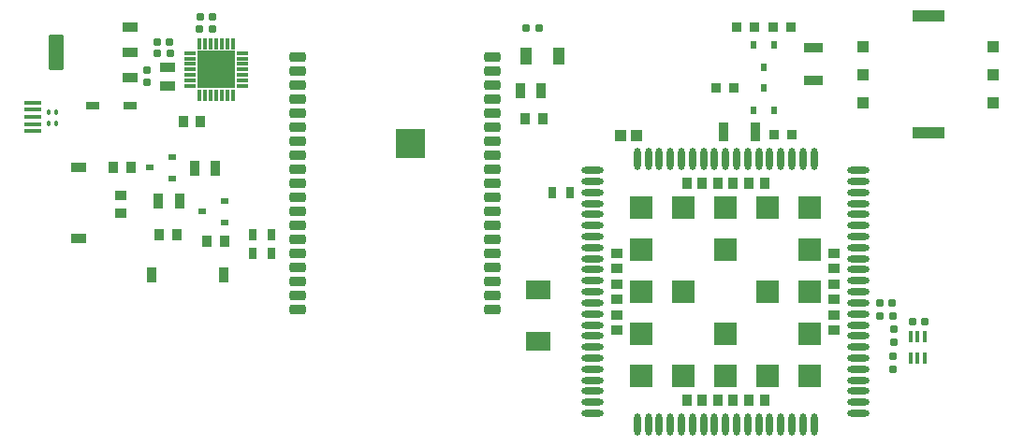
<source format=gbr>
%TF.GenerationSoftware,KiCad,Pcbnew,8.0.3*%
%TF.CreationDate,2025-01-08T01:15:00+05:30*%
%TF.ProjectId,gps,6770732e-6b69-4636-9164-5f7063625858,rev?*%
%TF.SameCoordinates,Original*%
%TF.FileFunction,Paste,Bot*%
%TF.FilePolarity,Positive*%
%FSLAX46Y46*%
G04 Gerber Fmt 4.6, Leading zero omitted, Abs format (unit mm)*
G04 Created by KiCad (PCBNEW 8.0.3) date 2025-01-08 01:15:00*
%MOMM*%
%LPD*%
G01*
G04 APERTURE LIST*
G04 Aperture macros list*
%AMRoundRect*
0 Rectangle with rounded corners*
0 $1 Rounding radius*
0 $2 $3 $4 $5 $6 $7 $8 $9 X,Y pos of 4 corners*
0 Add a 4 corners polygon primitive as box body*
4,1,4,$2,$3,$4,$5,$6,$7,$8,$9,$2,$3,0*
0 Add four circle primitives for the rounded corners*
1,1,$1+$1,$2,$3*
1,1,$1+$1,$4,$5*
1,1,$1+$1,$6,$7*
1,1,$1+$1,$8,$9*
0 Add four rect primitives between the rounded corners*
20,1,$1+$1,$2,$3,$4,$5,0*
20,1,$1+$1,$4,$5,$6,$7,0*
20,1,$1+$1,$6,$7,$8,$9,0*
20,1,$1+$1,$8,$9,$2,$3,0*%
G04 Aperture macros list end*
%ADD10C,0.010000*%
%ADD11RoundRect,0.075000X-0.075000X-0.175000X0.075000X-0.175000X0.075000X0.175000X-0.075000X0.175000X0*%
%ADD12R,0.900000X1.000000*%
%ADD13R,0.920000X1.380000*%
%ADD14R,0.970000X1.730000*%
%ADD15R,0.800000X1.000000*%
%ADD16RoundRect,0.155000X0.212500X0.155000X-0.212500X0.155000X-0.212500X-0.155000X0.212500X-0.155000X0*%
%ADD17R,0.900000X0.950000*%
%ADD18R,1.210000X0.730000*%
%ADD19R,1.500000X0.400000*%
%ADD20RoundRect,0.160000X-0.197500X-0.160000X0.197500X-0.160000X0.197500X0.160000X-0.197500X0.160000X0*%
%ADD21R,3.000000X1.000000*%
%ADD22R,1.100000X1.000000*%
%ADD23RoundRect,0.160000X-0.160000X0.197500X-0.160000X-0.197500X0.160000X-0.197500X0.160000X0.197500X0*%
%ADD24R,1.730000X0.970000*%
%ADD25R,1.470000X0.970000*%
%ADD26RoundRect,0.160000X0.160000X-0.197500X0.160000X0.197500X-0.160000X0.197500X-0.160000X-0.197500X0*%
%ADD27R,0.900000X1.400000*%
%ADD28RoundRect,0.097500X0.097500X-0.432500X0.097500X0.432500X-0.097500X0.432500X-0.097500X-0.432500X0*%
%ADD29R,1.000000X0.950000*%
%ADD30R,1.000000X0.300000*%
%ADD31R,0.300000X1.000000*%
%ADD32R,3.350000X3.350000*%
%ADD33R,0.950000X1.000000*%
%ADD34RoundRect,0.232500X0.492500X0.232500X-0.492500X0.232500X-0.492500X-0.232500X0.492500X-0.232500X0*%
%ADD35R,1.040000X1.020000*%
%ADD36RoundRect,0.155000X-0.212500X-0.155000X0.212500X-0.155000X0.212500X0.155000X-0.212500X0.155000X0*%
%ADD37R,2.311400X1.651000*%
%ADD38R,1.400000X0.900000*%
%ADD39R,0.600000X0.800000*%
%ADD40R,0.800000X0.600000*%
%ADD41RoundRect,0.155000X0.155000X-0.212500X0.155000X0.212500X-0.155000X0.212500X-0.155000X-0.212500X0*%
%ADD42O,0.600000X2.000000*%
%ADD43O,2.000000X0.600000*%
%ADD44R,2.100000X2.100000*%
%ADD45R,0.900000X1.100000*%
%ADD46R,1.100000X0.900000*%
%ADD47R,1.050000X1.600000*%
%ADD48RoundRect,0.069750X0.585250X0.395250X-0.585250X0.395250X-0.585250X-0.395250X0.585250X-0.395250X0*%
%ADD49RoundRect,0.098250X0.556750X1.521750X-0.556750X1.521750X-0.556750X-1.521750X0.556750X-1.521750X0*%
G04 APERTURE END LIST*
D10*
%TO.C,A1*%
X157617670Y-72784644D02*
X155084200Y-72784644D01*
X155084200Y-70253600D01*
X157617670Y-70253600D01*
X157617670Y-72784644D01*
G36*
X157617670Y-72784644D02*
G01*
X155084200Y-72784644D01*
X155084200Y-70253600D01*
X157617670Y-70253600D01*
X157617670Y-72784644D01*
G37*
%TD*%
D11*
%TO.C,U3*%
X123669300Y-68783200D03*
X124369300Y-68783200D03*
%TD*%
D12*
%TO.C,R9*%
X137960200Y-80416400D03*
X139560200Y-80416400D03*
%TD*%
D13*
%TO.C,R34*%
X168237000Y-66827400D03*
X166327000Y-66827400D03*
%TD*%
%TO.C,R4*%
X138750000Y-73863200D03*
X136840000Y-73863200D03*
%TD*%
D14*
%TO.C,R19*%
X187636600Y-70510400D03*
X184676600Y-70510400D03*
%TD*%
D15*
%TO.C,R5*%
X142152000Y-81508600D03*
X143852000Y-81508600D03*
%TD*%
D16*
%TO.C,C5*%
X134628700Y-62357000D03*
X133493700Y-62357000D03*
%TD*%
D17*
%TO.C,R31*%
X187528200Y-61010800D03*
X185928200Y-61010800D03*
%TD*%
D18*
%TO.C,D6*%
X127682200Y-68173600D03*
X131042200Y-68173600D03*
%TD*%
D19*
%TO.C,J1*%
X122225800Y-70468800D03*
X122225800Y-69818800D03*
X122225800Y-69168800D03*
X122225800Y-68518800D03*
X122225800Y-67868800D03*
%TD*%
D20*
%TO.C,R28*%
X198856600Y-87172800D03*
X200051600Y-87172800D03*
%TD*%
D21*
%TO.C,J4*%
X203225400Y-60037400D03*
X203225400Y-70637400D03*
D22*
X197325400Y-62797400D03*
X197325400Y-65337400D03*
X197325400Y-67877400D03*
X209125400Y-62797400D03*
X209125400Y-65337400D03*
X209125400Y-67877400D03*
%TD*%
D17*
%TO.C,R33*%
X185648600Y-66548000D03*
X184048600Y-66548000D03*
%TD*%
D23*
%TO.C,R27*%
X200101200Y-88404100D03*
X200101200Y-89599100D03*
%TD*%
D24*
%TO.C,R29*%
X192887600Y-62883600D03*
X192887600Y-65843600D03*
%TD*%
D12*
%TO.C,R10*%
X131152800Y-73736200D03*
X129552800Y-73736200D03*
%TD*%
D25*
%TO.C,C21*%
X134467600Y-66362000D03*
X134467600Y-64702000D03*
%TD*%
D26*
%TO.C,R17*%
X200075800Y-92037500D03*
X200075800Y-90842500D03*
%TD*%
D27*
%TO.C,S1*%
X132971400Y-83515200D03*
X139471400Y-83515200D03*
%TD*%
D28*
%TO.C,U11*%
X202910200Y-90978000D03*
X202260200Y-90978000D03*
X201610200Y-90978000D03*
X201610200Y-89108000D03*
X202260200Y-89108000D03*
X202910200Y-89108000D03*
%TD*%
D29*
%TO.C,C12*%
X130225800Y-77901600D03*
X130225800Y-76301600D03*
%TD*%
D30*
%TO.C,IC1*%
X136485000Y-66383800D03*
X136485000Y-65883800D03*
X136485000Y-65383800D03*
X136485000Y-64883800D03*
X136485000Y-64383800D03*
X136485000Y-63883800D03*
X136485000Y-63383800D03*
D31*
X137335000Y-62533800D03*
X137835000Y-62533800D03*
X138335000Y-62533800D03*
X138835000Y-62533800D03*
X139335000Y-62533800D03*
X139835000Y-62533800D03*
X140335000Y-62533800D03*
D30*
X141185000Y-63383800D03*
X141185000Y-63883800D03*
X141185000Y-64383800D03*
X141185000Y-64883800D03*
X141185000Y-65383800D03*
X141185000Y-65883800D03*
X141185000Y-66383800D03*
D31*
X140335000Y-67233800D03*
X139835000Y-67233800D03*
X139335000Y-67233800D03*
X138835000Y-67233800D03*
X138335000Y-67233800D03*
X137835000Y-67233800D03*
X137335000Y-67233800D03*
D32*
X138835000Y-64883800D03*
%TD*%
D33*
%TO.C,C10*%
X168402000Y-69367400D03*
X166802000Y-69367400D03*
%TD*%
%TO.C,C11*%
X133705800Y-79857600D03*
X135305800Y-79857600D03*
%TD*%
D11*
%TO.C,U4*%
X123679200Y-69799200D03*
X124379200Y-69799200D03*
%TD*%
D34*
%TO.C,A1*%
X163779200Y-63728600D03*
X163779200Y-64998600D03*
X163779200Y-66268600D03*
X163779200Y-67538600D03*
X163779200Y-68808600D03*
X163779200Y-70078600D03*
X163779200Y-71348600D03*
X163779200Y-72618600D03*
X163779200Y-73888600D03*
X163779200Y-75158600D03*
X163779200Y-76428600D03*
X163779200Y-77698600D03*
X163779200Y-78968600D03*
X163779200Y-80238600D03*
X163779200Y-81508600D03*
X163779200Y-82778600D03*
X163779200Y-84048600D03*
X163779200Y-85318600D03*
X163779200Y-86588600D03*
X146159200Y-86588600D03*
X146159200Y-85318600D03*
X146159200Y-84048600D03*
X146159200Y-82778600D03*
X146159200Y-81508600D03*
X146159200Y-80238600D03*
X146159200Y-78968600D03*
X146159200Y-77698600D03*
X146159200Y-76428600D03*
X146159200Y-75158600D03*
X146159200Y-73888600D03*
X146159200Y-72618600D03*
X146159200Y-71348600D03*
X146159200Y-70078600D03*
X146159200Y-68808600D03*
X146159200Y-67538600D03*
X146159200Y-66268600D03*
X146159200Y-64998600D03*
X146159200Y-63728600D03*
%TD*%
D35*
%TO.C,R35*%
X175412400Y-70891400D03*
X176882400Y-70891400D03*
%TD*%
D36*
%TO.C,C14*%
X198847900Y-86029800D03*
X199982900Y-86029800D03*
%TD*%
D16*
%TO.C,C13*%
X202954700Y-87680800D03*
X201819700Y-87680800D03*
%TD*%
D36*
%TO.C,C9*%
X166873400Y-61087000D03*
X168008400Y-61087000D03*
%TD*%
D15*
%TO.C,R6*%
X142101200Y-79806800D03*
X143801200Y-79806800D03*
%TD*%
D16*
%TO.C,C4*%
X134645400Y-63398400D03*
X133510400Y-63398400D03*
%TD*%
D37*
%TO.C,AE1*%
X167990000Y-84865900D03*
X167990000Y-89514100D03*
%TD*%
D38*
%TO.C,S2*%
X126415800Y-80212000D03*
X126415800Y-73712000D03*
%TD*%
D39*
%TO.C,Q5*%
X189291000Y-68574000D03*
X187391000Y-68574000D03*
X188341000Y-66554000D03*
%TD*%
D40*
%TO.C,Q1*%
X139567000Y-76799400D03*
X139567000Y-78699400D03*
X137547000Y-77749400D03*
%TD*%
%TO.C,Q4*%
X134874000Y-72826800D03*
X134874000Y-74726800D03*
X132854000Y-73776800D03*
%TD*%
D17*
%TO.C,R30*%
X190906400Y-70789800D03*
X189306400Y-70789800D03*
%TD*%
%TO.C,R32*%
X189179200Y-61036200D03*
X190779200Y-61036200D03*
%TD*%
D41*
%TO.C,C1*%
X132562600Y-66048700D03*
X132562600Y-64913700D03*
%TD*%
D39*
%TO.C,Q2*%
X187401200Y-62636400D03*
X189301200Y-62636400D03*
X188351200Y-64656400D03*
%TD*%
D13*
%TO.C,R7*%
X133588800Y-76784200D03*
X135498800Y-76784200D03*
%TD*%
D42*
%TO.C,U1*%
X176903800Y-73009400D03*
X177903800Y-73009400D03*
X178903800Y-73009400D03*
X179903800Y-73009400D03*
X180903800Y-73009400D03*
X181903800Y-73009400D03*
X182903800Y-73009400D03*
X183903800Y-73009400D03*
X184903800Y-73009400D03*
X185903800Y-73009400D03*
X186903800Y-73009400D03*
X187903800Y-73009400D03*
X188903800Y-73009400D03*
X189903800Y-73009400D03*
X190903800Y-73009400D03*
X191903800Y-73009400D03*
X192903800Y-73009400D03*
D43*
X196903800Y-77009400D03*
X196903800Y-78009400D03*
X196903800Y-79009400D03*
X196903800Y-80009400D03*
X196903800Y-81009400D03*
X196903800Y-82009400D03*
X196903800Y-83009400D03*
X196903800Y-84009400D03*
X196903800Y-85009400D03*
X196903800Y-86009400D03*
X196903800Y-87009400D03*
X196903800Y-88009400D03*
X196903800Y-89009400D03*
X196903800Y-90009400D03*
X196903800Y-91009400D03*
X196903800Y-92009400D03*
X196903800Y-93009400D03*
D42*
X192903800Y-97009400D03*
X191903800Y-97009400D03*
X190903800Y-97009400D03*
X189903800Y-97009400D03*
X188903800Y-97009400D03*
X187903800Y-97009400D03*
X186903800Y-97009400D03*
X185903800Y-97009400D03*
X184903800Y-97009400D03*
X183903800Y-97009400D03*
X182903800Y-97009400D03*
X181903800Y-97009400D03*
X180903800Y-97009400D03*
X179903800Y-97009400D03*
X178903800Y-97009400D03*
X177903800Y-97009400D03*
X176903800Y-97009400D03*
D43*
X172903800Y-93009400D03*
X172903800Y-92009400D03*
X172903800Y-91009400D03*
X172903800Y-90009400D03*
X172903800Y-89009400D03*
X172903800Y-88009400D03*
X172903800Y-87009400D03*
X172903800Y-86009400D03*
X172903800Y-85009400D03*
X172903800Y-84009400D03*
X172903800Y-83009400D03*
X172903800Y-82009400D03*
X172903800Y-81009400D03*
X172903800Y-80009400D03*
X172903800Y-79009400D03*
X172903800Y-78009400D03*
X172903800Y-77009400D03*
D44*
X177303800Y-77409400D03*
X181103800Y-77409400D03*
X184903800Y-77409400D03*
X188703800Y-77409400D03*
X192503800Y-77409400D03*
X192503800Y-81209400D03*
X192503800Y-85009400D03*
X192503800Y-88809400D03*
X192503800Y-92609400D03*
X188703800Y-92609400D03*
X184903800Y-92609400D03*
X181103800Y-92609400D03*
X177303800Y-92609400D03*
X177303800Y-88809400D03*
X177303800Y-85009400D03*
X177303800Y-81209400D03*
X184903800Y-81209400D03*
X188703800Y-85009400D03*
X184903800Y-88809400D03*
X181103800Y-85009400D03*
D43*
X196903800Y-74009400D03*
X196903800Y-75009400D03*
X196903800Y-76009400D03*
X196903800Y-94009400D03*
X196903800Y-95009400D03*
X196903800Y-96009400D03*
X172903800Y-96009400D03*
X172903800Y-95009400D03*
X172903800Y-94009400D03*
X172903800Y-76009400D03*
X172903800Y-75009400D03*
X172903800Y-74009400D03*
D45*
X181403800Y-75209400D03*
X182803800Y-75209400D03*
X184203800Y-75209400D03*
X185603800Y-75209400D03*
X187003800Y-75209400D03*
X188403800Y-75209400D03*
D46*
X194703800Y-81509400D03*
X194703800Y-82909400D03*
X194703800Y-84309400D03*
X194703800Y-85709400D03*
X194703800Y-87109400D03*
X194703800Y-88509400D03*
D45*
X188403800Y-94809400D03*
X187003800Y-94809400D03*
X185603800Y-94809400D03*
X184203800Y-94809400D03*
X182803800Y-94809400D03*
X181403800Y-94809400D03*
D46*
X175103800Y-88509400D03*
X175103800Y-87109400D03*
X175103800Y-85709400D03*
X175103800Y-84309400D03*
X175103800Y-82909400D03*
X175103800Y-81509400D03*
%TD*%
D47*
%TO.C,C8*%
X169837200Y-63652400D03*
X166887200Y-63652400D03*
%TD*%
D12*
%TO.C,R3*%
X135826600Y-69621400D03*
X137426600Y-69621400D03*
%TD*%
D15*
%TO.C,R16*%
X170865800Y-76022200D03*
X169265800Y-76022200D03*
%TD*%
D36*
%TO.C,C7*%
X137363200Y-60071000D03*
X138498200Y-60071000D03*
%TD*%
%TO.C,C6*%
X137345800Y-61214000D03*
X138480800Y-61214000D03*
%TD*%
D48*
%TO.C,U2*%
X131025500Y-61006800D03*
X131025500Y-63296800D03*
X131025500Y-65586800D03*
D49*
X124335500Y-63296800D03*
%TD*%
M02*

</source>
